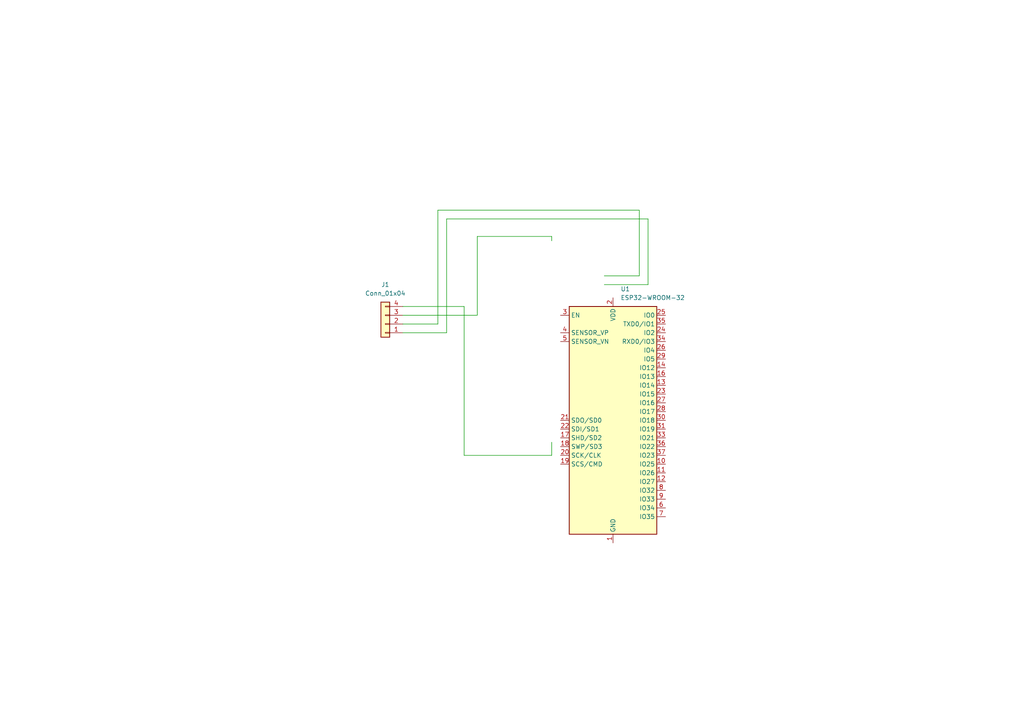
<source format=kicad_sch>
(kicad_sch (version 20231120) (generator "eeschema") (generator_version "8.0")
  (paper "A4")
  (lib_symbols
    (symbol "Connector_Generic:Conn_01x04" (pin_names (offset 1.016) hide)
      (property "Reference" "J" (at 0 5.08 0))
      (property "Value" "Conn_01x04" (at 0 -7.62 0))
      (symbol "Conn_01x04_1_1"
        (rectangle (start -1.27 -4.953) (end 0 -5.207) (stroke (width 0.1524)))
        (rectangle (start -1.27 -2.413) (end 0 -2.667) (stroke (width 0.1524)))
        (rectangle (start -1.27 0.127) (end 0 -0.127) (stroke (width 0.1524)))
        (rectangle (start -1.27 2.667) (end 0 2.413) (stroke (width 0.1524)))
        (rectangle (start -1.27 3.81) (end 1.27 -6.35) (stroke (width 0.254)) (fill (type background)))
        (pin passive line (at -5.08 2.54 0) (length 3.81) (name "Pin_1") (number "1"))
        (pin passive line (at -5.08 0 0) (length 3.81) (name "Pin_2") (number "2"))
        (pin passive line (at -5.08 -2.54 0) (length 3.81) (name "Pin_3") (number "3"))
        (pin passive line (at -5.08 -5.08 0) (length 3.81) (name "Pin_4") (number "4"))
      )
    )
    (symbol "RF_Module:ESP32-WROOM-32"
      (property "Reference" "U" (at -12.7 34.29 0))
      (property "Value" "ESP32-WROOM-32" (at 1.27 34.29 0))
      (symbol "ESP32-WROOM-32_0_1"
        (rectangle (start -12.7 33.02) (end 12.7 -33.02) (stroke (width 0.254)) (fill (type background)))
      )
      (symbol "ESP32-WROOM-32_1_1"
        (pin power_in line (at 0 -35.56 90) (length 2.54) (name "GND") (number "1"))
        (pin bidirectional line (at 15.24 -12.7 180) (length 2.54) (name "IO25") (number "10"))
        (pin bidirectional line (at 15.24 -15.24 180) (length 2.54) (name "IO26") (number "11"))
        (pin bidirectional line (at 15.24 -17.78 180) (length 2.54) (name "IO27") (number "12"))
        (pin bidirectional line (at 15.24 10.16 180) (length 2.54) (name "IO14") (number "13"))
        (pin bidirectional line (at 15.24 15.24 180) (length 2.54) (name "IO12") (number "14"))
        (pin passive line (at 0 -35.56 90) (length 2.54) hide (name "GND") (number "15"))
        (pin bidirectional line (at 15.24 12.7 180) (length 2.54) (name "IO13") (number "16"))
        (pin bidirectional line (at -15.24 -5.08 0) (length 2.54) (name "SHD/SD2") (number "17"))
        (pin bidirectional line (at -15.24 -7.62 0) (length 2.54) (name "SWP/SD3") (number "18"))
        (pin bidirectional line (at -15.24 -12.7 0) (length 2.54) (name "SCS/CMD") (number "19"))
        (pin power_in line (at 0 35.56 270) (length 2.54) (name "VDD") (number "2"))
        (pin bidirectional line (at -15.24 -10.16 0) (length 2.54) (name "SCK/CLK") (number "20"))
        (pin bidirectional line (at -15.24 0 0) (length 2.54) (name "SDO/SD0") (number "21"))
        (pin bidirectional line (at -15.24 -2.54 0) (length 2.54) (name "SDI/SD1") (number "22"))
        (pin bidirectional line (at 15.24 7.62 180) (length 2.54) (name "IO15") (number "23"))
        (pin bidirectional line (at 15.24 25.4 180) (length 2.54) (name "IO2") (number "24"))
        (pin bidirectional line (at 15.24 30.48 180) (length 2.54) (name "IO0") (number "25"))
        (pin bidirectional line (at 15.24 20.32 180) (length 2.54) (name "IO4") (number "26"))
        (pin bidirectional line (at 15.24 5.08 180) (length 2.54) (name "IO16") (number "27"))
        (pin bidirectional line (at 15.24 2.54 180) (length 2.54) (name "IO17") (number "28"))
        (pin bidirectional line (at 15.24 17.78 180) (length 2.54) (name "IO5") (number "29"))
        (pin input line (at -15.24 30.48 0) (length 2.54) (name "EN") (number "3"))
        (pin bidirectional line (at 15.24 0 180) (length 2.54) (name "IO18") (number "30"))
        (pin bidirectional line (at 15.24 -2.54 180) (length 2.54) (name "IO19") (number "31"))
        (pin no_connect line (at -12.7 -27.94 0) (length 2.54) hide (name "NC") (number "32"))
        (pin bidirectional line (at 15.24 -5.08 180) (length 2.54) (name "IO21") (number "33"))
        (pin bidirectional line (at 15.24 22.86 180) (length 2.54) (name "RXD0/IO3") (number "34"))
        (pin bidirectional line (at 15.24 27.94 180) (length 2.54) (name "TXD0/IO1") (number "35"))
        (pin bidirectional line (at 15.24 -7.62 180) (length 2.54) (name "IO22") (number "36"))
        (pin bidirectional line (at 15.24 -10.16 180) (length 2.54) (name "IO23") (number "37"))
        (pin passive line (at 0 -35.56 90) (length 2.54) hide (name "GND") (number "38"))
        (pin passive line (at 0 -35.56 90) (length 2.54) hide (name "GND") (number "39"))
        (pin input line (at -15.24 25.4 0) (length 2.54) (name "SENSOR_VP") (number "4"))
        (pin input line (at -15.24 22.86 0) (length 2.54) (name "SENSOR_VN") (number "5"))
        (pin input line (at 15.24 -25.4 180) (length 2.54) (name "IO34") (number "6"))
        (pin input line (at 15.24 -27.94 180) (length 2.54) (name "IO35") (number "7"))
        (pin bidirectional line (at 15.24 -20.32 180) (length 2.54) (name "IO32") (number "8"))
        (pin bidirectional line (at 15.24 -22.86 180) (length 2.54) (name "IO33") (number "9"))
      )
    )
  )
  (wire (pts (xy 160.02 68.58) (xy 160.02 69.85)))
  (wire (pts (xy 129.54 63.5) (xy 187.96 63.5)))
  (wire (pts (xy 134.62 132.08) (xy 160.02 132.08)))
  (wire (pts (xy 116.84 91.44) (xy 138.43 91.44)))
  (wire (pts (xy 116.84 88.9) (xy 134.62 88.9)))
  (wire (pts (xy 127 93.98) (xy 127 60.96)))
  (wire (pts (xy 160.02 132.08) (xy 160.02 128.27)))
  (wire (pts (xy 187.96 63.5) (xy 187.96 82.55)))
  (wire (pts (xy 116.84 93.98) (xy 127 93.98)))
  (wire (pts (xy 127 60.96) (xy 185.42 60.96)))
  (wire (pts (xy 185.42 60.96) (xy 185.42 80.01)))
  (wire (pts (xy 175.26 80.01) (xy 185.42 80.01)))
  (wire (pts (xy 138.43 91.44) (xy 138.43 68.58)))
  (wire (pts (xy 116.84 96.52) (xy 129.54 96.52)))
  (wire (pts (xy 175.26 82.55) (xy 187.96 82.55)))
  (wire (pts (xy 138.43 68.58) (xy 160.02 68.58)))
  (wire (pts (xy 129.54 96.52) (xy 129.54 63.5)))
  (wire (pts (xy 134.62 88.9) (xy 134.62 132.08)))
  (symbol (lib_id "RF_Module:ESP32-WROOM-32") (at 177.8 121.92 0) (unit 1)
    (property "Reference" "U1" (at 179.9941 83.82 0) (effects (justify left)))
    (property "Value" "ESP32-WROOM-32" (at 179.9941 86.36 0) (effects (justify left)))
    (property "Footprint" "RF_Module:ESP32-WROOM-32" (effects (hide yes)))
    (property "Datasheet" "https://www.espressif.com/sites/default/files/documentation/esp32-wroom-32_datasheet_en.pdf" (effects (hide yes)))
    (property "Description" "RF Module, ESP32-D0WDQ6 SoC, Wi-Fi 802.11b/g/n, Bluetooth, BLE, 32-bit, 2.7-3.6V, onboard antenna, SMD" (effects (hide yes)))
  )
  (symbol (lib_id "Connector_Generic:Conn_01x04") (at 111.76 93.98 180) (unit 1)
    (property "Reference" "J1" (at 111.76 82.55 0))
    (property "Value" "Conn_01x04" (at 111.76 85.09 0))
    (property "Description" "Generic connector, single row, 01x04, script generated (kicad-library-utils/schlib/autogen/connector/)" (effects (hide yes)))
  )
)
</source>
